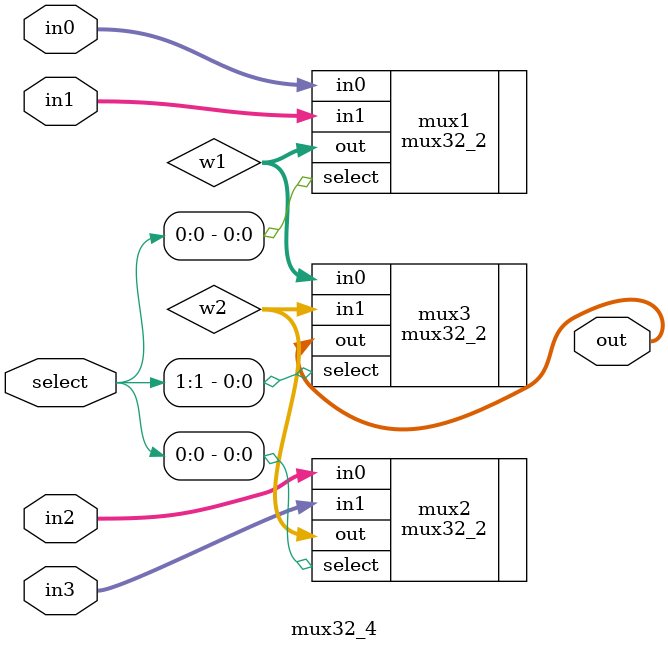
<source format=v>
module mux32_4(
    input [1:0] select,
    input [31:0] in0,
    input [31:0] in1,
    input [31:0] in2,
    input [31:0] in3,
    output [31:0] out
);

    wire [31:0] w1, w2;

    // "Layer" 1
    mux32_2 mux1(
        .out    (w1), 
        .in0    (in0), 
        .in1    (in1),
        .select (select[0]));
    mux32_2 mux2(
        .out    (w2), 
        .in0    (in2), 
        .in1    (in3),
        .select (select[0]));

    // "Layer" 2
    mux32_2 mux3(
        .out    (out), 
        .in0    (w1), 
        .in1    (w2),
        .select (select[1]));
    
endmodule
</source>
